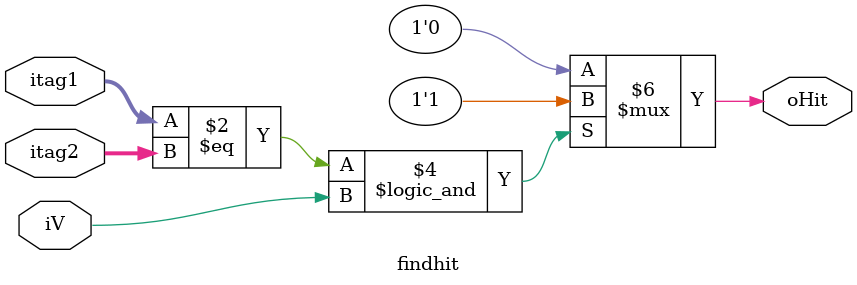
<source format=sv>
module findhit (
    input  logic iV,
    input  logic [3:0]  itag1,
    input  logic [3:0]  itag2,
    output logic  oHit
);
always_comb begin
    oHit=0;
    if (itag1==itag2&&iV==1) begin
        oHit=1;
    end
end 

endmodule

</source>
